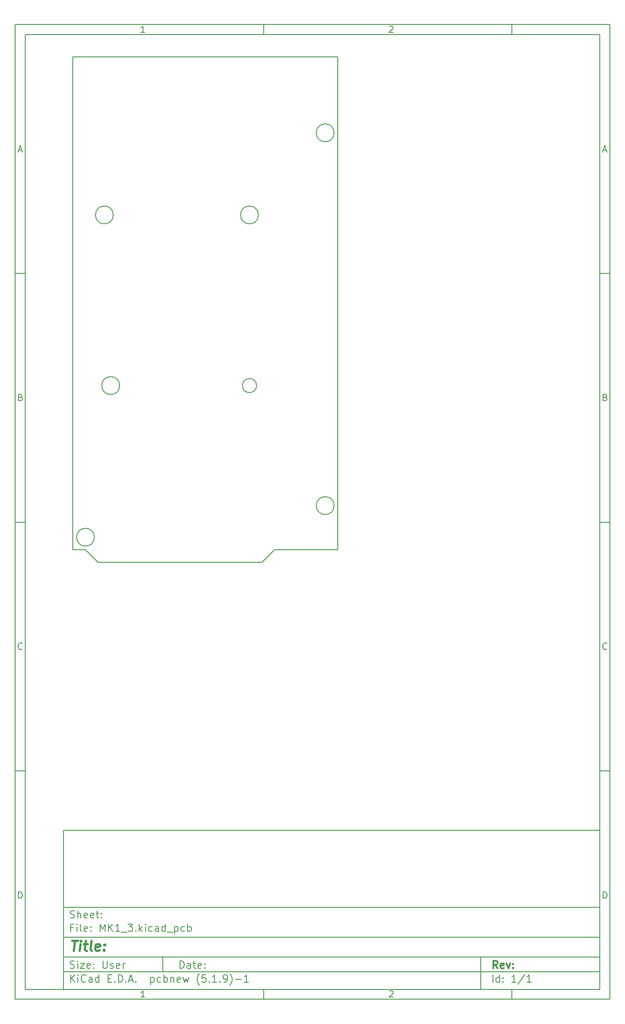
<source format=gbr>
%TF.GenerationSoftware,KiCad,Pcbnew,(5.1.9)-1*%
%TF.CreationDate,2021-07-03T12:47:21-04:00*%
%TF.ProjectId,MK1_3,4d4b315f-332e-46b6-9963-61645f706362,rev?*%
%TF.SameCoordinates,Original*%
%TF.FileFunction,Profile,NP*%
%FSLAX45Y45*%
G04 Gerber Fmt 4.5, Leading zero omitted, Abs format (unit mm)*
G04 Created by KiCad (PCBNEW (5.1.9)-1) date 2021-07-03 12:47:21*
%MOMM*%
%LPD*%
G01*
G04 APERTURE LIST*
%ADD10C,0.127000*%
%ADD11C,0.150000*%
%ADD12C,0.300000*%
%ADD13C,0.400000*%
%TA.AperFunction,Profile*%
%ADD14C,0.177800*%
%TD*%
G04 APERTURE END LIST*
D10*
D11*
X1970000Y-17190000D02*
X1970000Y-20390000D01*
X12770000Y-20390000D01*
X12770000Y-17190000D01*
X1970000Y-17190000D01*
D10*
D11*
X1000000Y-1000000D02*
X1000000Y-20590000D01*
X12970000Y-20590000D01*
X12970000Y-1000000D01*
X1000000Y-1000000D01*
D10*
D11*
X1200000Y-1200000D02*
X1200000Y-20390000D01*
X12770000Y-20390000D01*
X12770000Y-1200000D01*
X1200000Y-1200000D01*
D10*
D11*
X6000000Y-1200000D02*
X6000000Y-1000000D01*
D10*
D11*
X11000000Y-1200000D02*
X11000000Y-1000000D01*
D10*
D11*
X3606548Y-1158810D02*
X3532262Y-1158810D01*
X3569405Y-1158810D02*
X3569405Y-1028809D01*
X3557024Y-1047381D01*
X3544643Y-1059762D01*
X3532262Y-1065952D01*
D10*
D11*
X8532262Y-1041190D02*
X8538452Y-1035000D01*
X8550833Y-1028809D01*
X8581786Y-1028809D01*
X8594167Y-1035000D01*
X8600357Y-1041190D01*
X8606548Y-1053571D01*
X8606548Y-1065952D01*
X8600357Y-1084524D01*
X8526071Y-1158810D01*
X8606548Y-1158810D01*
D10*
D11*
X6000000Y-20390000D02*
X6000000Y-20590000D01*
D10*
D11*
X11000000Y-20390000D02*
X11000000Y-20590000D01*
D10*
D11*
X3606548Y-20548810D02*
X3532262Y-20548810D01*
X3569405Y-20548810D02*
X3569405Y-20418810D01*
X3557024Y-20437381D01*
X3544643Y-20449762D01*
X3532262Y-20455952D01*
D10*
D11*
X8532262Y-20431190D02*
X8538452Y-20425000D01*
X8550833Y-20418810D01*
X8581786Y-20418810D01*
X8594167Y-20425000D01*
X8600357Y-20431190D01*
X8606548Y-20443571D01*
X8606548Y-20455952D01*
X8600357Y-20474524D01*
X8526071Y-20548810D01*
X8606548Y-20548810D01*
D10*
D11*
X1000000Y-6000000D02*
X1200000Y-6000000D01*
D10*
D11*
X1000000Y-11000000D02*
X1200000Y-11000000D01*
D10*
D11*
X1000000Y-16000000D02*
X1200000Y-16000000D01*
D10*
D11*
X1069048Y-3521667D02*
X1130952Y-3521667D01*
X1056667Y-3558809D02*
X1100000Y-3428809D01*
X1143333Y-3558809D01*
D10*
D11*
X1109286Y-8490714D02*
X1127857Y-8496905D01*
X1134048Y-8503095D01*
X1140238Y-8515476D01*
X1140238Y-8534048D01*
X1134048Y-8546429D01*
X1127857Y-8552619D01*
X1115476Y-8558810D01*
X1065952Y-8558810D01*
X1065952Y-8428810D01*
X1109286Y-8428810D01*
X1121667Y-8435000D01*
X1127857Y-8441190D01*
X1134048Y-8453571D01*
X1134048Y-8465952D01*
X1127857Y-8478333D01*
X1121667Y-8484524D01*
X1109286Y-8490714D01*
X1065952Y-8490714D01*
D10*
D11*
X1140238Y-13546428D02*
X1134048Y-13552619D01*
X1115476Y-13558809D01*
X1103095Y-13558809D01*
X1084524Y-13552619D01*
X1072143Y-13540238D01*
X1065952Y-13527857D01*
X1059762Y-13503095D01*
X1059762Y-13484524D01*
X1065952Y-13459762D01*
X1072143Y-13447381D01*
X1084524Y-13435000D01*
X1103095Y-13428809D01*
X1115476Y-13428809D01*
X1134048Y-13435000D01*
X1140238Y-13441190D01*
D10*
D11*
X1065952Y-18558810D02*
X1065952Y-18428810D01*
X1096905Y-18428810D01*
X1115476Y-18435000D01*
X1127857Y-18447381D01*
X1134048Y-18459762D01*
X1140238Y-18484524D01*
X1140238Y-18503095D01*
X1134048Y-18527857D01*
X1127857Y-18540238D01*
X1115476Y-18552619D01*
X1096905Y-18558810D01*
X1065952Y-18558810D01*
D10*
D11*
X12970000Y-6000000D02*
X12770000Y-6000000D01*
D10*
D11*
X12970000Y-11000000D02*
X12770000Y-11000000D01*
D10*
D11*
X12970000Y-16000000D02*
X12770000Y-16000000D01*
D10*
D11*
X12839048Y-3521667D02*
X12900952Y-3521667D01*
X12826667Y-3558809D02*
X12870000Y-3428809D01*
X12913333Y-3558809D01*
D10*
D11*
X12879286Y-8490714D02*
X12897857Y-8496905D01*
X12904048Y-8503095D01*
X12910238Y-8515476D01*
X12910238Y-8534048D01*
X12904048Y-8546429D01*
X12897857Y-8552619D01*
X12885476Y-8558810D01*
X12835952Y-8558810D01*
X12835952Y-8428810D01*
X12879286Y-8428810D01*
X12891667Y-8435000D01*
X12897857Y-8441190D01*
X12904048Y-8453571D01*
X12904048Y-8465952D01*
X12897857Y-8478333D01*
X12891667Y-8484524D01*
X12879286Y-8490714D01*
X12835952Y-8490714D01*
D10*
D11*
X12910238Y-13546428D02*
X12904048Y-13552619D01*
X12885476Y-13558809D01*
X12873095Y-13558809D01*
X12854524Y-13552619D01*
X12842143Y-13540238D01*
X12835952Y-13527857D01*
X12829762Y-13503095D01*
X12829762Y-13484524D01*
X12835952Y-13459762D01*
X12842143Y-13447381D01*
X12854524Y-13435000D01*
X12873095Y-13428809D01*
X12885476Y-13428809D01*
X12904048Y-13435000D01*
X12910238Y-13441190D01*
D10*
D11*
X12835952Y-18558810D02*
X12835952Y-18428810D01*
X12866905Y-18428810D01*
X12885476Y-18435000D01*
X12897857Y-18447381D01*
X12904048Y-18459762D01*
X12910238Y-18484524D01*
X12910238Y-18503095D01*
X12904048Y-18527857D01*
X12897857Y-18540238D01*
X12885476Y-18552619D01*
X12866905Y-18558810D01*
X12835952Y-18558810D01*
D10*
D11*
X4313214Y-19967857D02*
X4313214Y-19817857D01*
X4348929Y-19817857D01*
X4370357Y-19825000D01*
X4384643Y-19839286D01*
X4391786Y-19853571D01*
X4398929Y-19882143D01*
X4398929Y-19903571D01*
X4391786Y-19932143D01*
X4384643Y-19946429D01*
X4370357Y-19960714D01*
X4348929Y-19967857D01*
X4313214Y-19967857D01*
X4527500Y-19967857D02*
X4527500Y-19889286D01*
X4520357Y-19875000D01*
X4506071Y-19867857D01*
X4477500Y-19867857D01*
X4463214Y-19875000D01*
X4527500Y-19960714D02*
X4513214Y-19967857D01*
X4477500Y-19967857D01*
X4463214Y-19960714D01*
X4456071Y-19946429D01*
X4456071Y-19932143D01*
X4463214Y-19917857D01*
X4477500Y-19910714D01*
X4513214Y-19910714D01*
X4527500Y-19903571D01*
X4577500Y-19867857D02*
X4634643Y-19867857D01*
X4598929Y-19817857D02*
X4598929Y-19946429D01*
X4606071Y-19960714D01*
X4620357Y-19967857D01*
X4634643Y-19967857D01*
X4741786Y-19960714D02*
X4727500Y-19967857D01*
X4698929Y-19967857D01*
X4684643Y-19960714D01*
X4677500Y-19946429D01*
X4677500Y-19889286D01*
X4684643Y-19875000D01*
X4698929Y-19867857D01*
X4727500Y-19867857D01*
X4741786Y-19875000D01*
X4748929Y-19889286D01*
X4748929Y-19903571D01*
X4677500Y-19917857D01*
X4813214Y-19953571D02*
X4820357Y-19960714D01*
X4813214Y-19967857D01*
X4806071Y-19960714D01*
X4813214Y-19953571D01*
X4813214Y-19967857D01*
X4813214Y-19875000D02*
X4820357Y-19882143D01*
X4813214Y-19889286D01*
X4806071Y-19882143D01*
X4813214Y-19875000D01*
X4813214Y-19889286D01*
D10*
D11*
X1970000Y-20040000D02*
X12770000Y-20040000D01*
D10*
D11*
X2113214Y-20247857D02*
X2113214Y-20097857D01*
X2198929Y-20247857D02*
X2134643Y-20162143D01*
X2198929Y-20097857D02*
X2113214Y-20183571D01*
X2263214Y-20247857D02*
X2263214Y-20147857D01*
X2263214Y-20097857D02*
X2256071Y-20105000D01*
X2263214Y-20112143D01*
X2270357Y-20105000D01*
X2263214Y-20097857D01*
X2263214Y-20112143D01*
X2420357Y-20233571D02*
X2413214Y-20240714D01*
X2391786Y-20247857D01*
X2377500Y-20247857D01*
X2356071Y-20240714D01*
X2341786Y-20226429D01*
X2334643Y-20212143D01*
X2327500Y-20183571D01*
X2327500Y-20162143D01*
X2334643Y-20133571D01*
X2341786Y-20119286D01*
X2356071Y-20105000D01*
X2377500Y-20097857D01*
X2391786Y-20097857D01*
X2413214Y-20105000D01*
X2420357Y-20112143D01*
X2548929Y-20247857D02*
X2548929Y-20169286D01*
X2541786Y-20155000D01*
X2527500Y-20147857D01*
X2498929Y-20147857D01*
X2484643Y-20155000D01*
X2548929Y-20240714D02*
X2534643Y-20247857D01*
X2498929Y-20247857D01*
X2484643Y-20240714D01*
X2477500Y-20226429D01*
X2477500Y-20212143D01*
X2484643Y-20197857D01*
X2498929Y-20190714D01*
X2534643Y-20190714D01*
X2548929Y-20183571D01*
X2684643Y-20247857D02*
X2684643Y-20097857D01*
X2684643Y-20240714D02*
X2670357Y-20247857D01*
X2641786Y-20247857D01*
X2627500Y-20240714D01*
X2620357Y-20233571D01*
X2613214Y-20219286D01*
X2613214Y-20176429D01*
X2620357Y-20162143D01*
X2627500Y-20155000D01*
X2641786Y-20147857D01*
X2670357Y-20147857D01*
X2684643Y-20155000D01*
X2870357Y-20169286D02*
X2920357Y-20169286D01*
X2941786Y-20247857D02*
X2870357Y-20247857D01*
X2870357Y-20097857D01*
X2941786Y-20097857D01*
X3006071Y-20233571D02*
X3013214Y-20240714D01*
X3006071Y-20247857D01*
X2998928Y-20240714D01*
X3006071Y-20233571D01*
X3006071Y-20247857D01*
X3077500Y-20247857D02*
X3077500Y-20097857D01*
X3113214Y-20097857D01*
X3134643Y-20105000D01*
X3148928Y-20119286D01*
X3156071Y-20133571D01*
X3163214Y-20162143D01*
X3163214Y-20183571D01*
X3156071Y-20212143D01*
X3148928Y-20226429D01*
X3134643Y-20240714D01*
X3113214Y-20247857D01*
X3077500Y-20247857D01*
X3227500Y-20233571D02*
X3234643Y-20240714D01*
X3227500Y-20247857D01*
X3220357Y-20240714D01*
X3227500Y-20233571D01*
X3227500Y-20247857D01*
X3291786Y-20205000D02*
X3363214Y-20205000D01*
X3277500Y-20247857D02*
X3327500Y-20097857D01*
X3377500Y-20247857D01*
X3427500Y-20233571D02*
X3434643Y-20240714D01*
X3427500Y-20247857D01*
X3420357Y-20240714D01*
X3427500Y-20233571D01*
X3427500Y-20247857D01*
X3727500Y-20147857D02*
X3727500Y-20297857D01*
X3727500Y-20155000D02*
X3741786Y-20147857D01*
X3770357Y-20147857D01*
X3784643Y-20155000D01*
X3791786Y-20162143D01*
X3798928Y-20176429D01*
X3798928Y-20219286D01*
X3791786Y-20233571D01*
X3784643Y-20240714D01*
X3770357Y-20247857D01*
X3741786Y-20247857D01*
X3727500Y-20240714D01*
X3927500Y-20240714D02*
X3913214Y-20247857D01*
X3884643Y-20247857D01*
X3870357Y-20240714D01*
X3863214Y-20233571D01*
X3856071Y-20219286D01*
X3856071Y-20176429D01*
X3863214Y-20162143D01*
X3870357Y-20155000D01*
X3884643Y-20147857D01*
X3913214Y-20147857D01*
X3927500Y-20155000D01*
X3991786Y-20247857D02*
X3991786Y-20097857D01*
X3991786Y-20155000D02*
X4006071Y-20147857D01*
X4034643Y-20147857D01*
X4048928Y-20155000D01*
X4056071Y-20162143D01*
X4063214Y-20176429D01*
X4063214Y-20219286D01*
X4056071Y-20233571D01*
X4048928Y-20240714D01*
X4034643Y-20247857D01*
X4006071Y-20247857D01*
X3991786Y-20240714D01*
X4127500Y-20147857D02*
X4127500Y-20247857D01*
X4127500Y-20162143D02*
X4134643Y-20155000D01*
X4148928Y-20147857D01*
X4170357Y-20147857D01*
X4184643Y-20155000D01*
X4191786Y-20169286D01*
X4191786Y-20247857D01*
X4320357Y-20240714D02*
X4306071Y-20247857D01*
X4277500Y-20247857D01*
X4263214Y-20240714D01*
X4256071Y-20226429D01*
X4256071Y-20169286D01*
X4263214Y-20155000D01*
X4277500Y-20147857D01*
X4306071Y-20147857D01*
X4320357Y-20155000D01*
X4327500Y-20169286D01*
X4327500Y-20183571D01*
X4256071Y-20197857D01*
X4377500Y-20147857D02*
X4406071Y-20247857D01*
X4434643Y-20176429D01*
X4463214Y-20247857D01*
X4491786Y-20147857D01*
X4706071Y-20305000D02*
X4698929Y-20297857D01*
X4684643Y-20276429D01*
X4677500Y-20262143D01*
X4670357Y-20240714D01*
X4663214Y-20205000D01*
X4663214Y-20176429D01*
X4670357Y-20140714D01*
X4677500Y-20119286D01*
X4684643Y-20105000D01*
X4698929Y-20083571D01*
X4706071Y-20076429D01*
X4834643Y-20097857D02*
X4763214Y-20097857D01*
X4756071Y-20169286D01*
X4763214Y-20162143D01*
X4777500Y-20155000D01*
X4813214Y-20155000D01*
X4827500Y-20162143D01*
X4834643Y-20169286D01*
X4841786Y-20183571D01*
X4841786Y-20219286D01*
X4834643Y-20233571D01*
X4827500Y-20240714D01*
X4813214Y-20247857D01*
X4777500Y-20247857D01*
X4763214Y-20240714D01*
X4756071Y-20233571D01*
X4906071Y-20233571D02*
X4913214Y-20240714D01*
X4906071Y-20247857D01*
X4898929Y-20240714D01*
X4906071Y-20233571D01*
X4906071Y-20247857D01*
X5056071Y-20247857D02*
X4970357Y-20247857D01*
X5013214Y-20247857D02*
X5013214Y-20097857D01*
X4998929Y-20119286D01*
X4984643Y-20133571D01*
X4970357Y-20140714D01*
X5120357Y-20233571D02*
X5127500Y-20240714D01*
X5120357Y-20247857D01*
X5113214Y-20240714D01*
X5120357Y-20233571D01*
X5120357Y-20247857D01*
X5198929Y-20247857D02*
X5227500Y-20247857D01*
X5241786Y-20240714D01*
X5248929Y-20233571D01*
X5263214Y-20212143D01*
X5270357Y-20183571D01*
X5270357Y-20126429D01*
X5263214Y-20112143D01*
X5256071Y-20105000D01*
X5241786Y-20097857D01*
X5213214Y-20097857D01*
X5198929Y-20105000D01*
X5191786Y-20112143D01*
X5184643Y-20126429D01*
X5184643Y-20162143D01*
X5191786Y-20176429D01*
X5198929Y-20183571D01*
X5213214Y-20190714D01*
X5241786Y-20190714D01*
X5256071Y-20183571D01*
X5263214Y-20176429D01*
X5270357Y-20162143D01*
X5320357Y-20305000D02*
X5327500Y-20297857D01*
X5341786Y-20276429D01*
X5348929Y-20262143D01*
X5356071Y-20240714D01*
X5363214Y-20205000D01*
X5363214Y-20176429D01*
X5356071Y-20140714D01*
X5348929Y-20119286D01*
X5341786Y-20105000D01*
X5327500Y-20083571D01*
X5320357Y-20076429D01*
X5434643Y-20190714D02*
X5548929Y-20190714D01*
X5698928Y-20247857D02*
X5613214Y-20247857D01*
X5656071Y-20247857D02*
X5656071Y-20097857D01*
X5641786Y-20119286D01*
X5627500Y-20133571D01*
X5613214Y-20140714D01*
D10*
D11*
X1970000Y-19740000D02*
X12770000Y-19740000D01*
D10*
D12*
X10710929Y-19967857D02*
X10660929Y-19896429D01*
X10625214Y-19967857D02*
X10625214Y-19817857D01*
X10682357Y-19817857D01*
X10696643Y-19825000D01*
X10703786Y-19832143D01*
X10710929Y-19846429D01*
X10710929Y-19867857D01*
X10703786Y-19882143D01*
X10696643Y-19889286D01*
X10682357Y-19896429D01*
X10625214Y-19896429D01*
X10832357Y-19960714D02*
X10818071Y-19967857D01*
X10789500Y-19967857D01*
X10775214Y-19960714D01*
X10768071Y-19946429D01*
X10768071Y-19889286D01*
X10775214Y-19875000D01*
X10789500Y-19867857D01*
X10818071Y-19867857D01*
X10832357Y-19875000D01*
X10839500Y-19889286D01*
X10839500Y-19903571D01*
X10768071Y-19917857D01*
X10889500Y-19867857D02*
X10925214Y-19967857D01*
X10960929Y-19867857D01*
X11018071Y-19953571D02*
X11025214Y-19960714D01*
X11018071Y-19967857D01*
X11010929Y-19960714D01*
X11018071Y-19953571D01*
X11018071Y-19967857D01*
X11018071Y-19875000D02*
X11025214Y-19882143D01*
X11018071Y-19889286D01*
X11010929Y-19882143D01*
X11018071Y-19875000D01*
X11018071Y-19889286D01*
D10*
D11*
X2106071Y-19960714D02*
X2127500Y-19967857D01*
X2163214Y-19967857D01*
X2177500Y-19960714D01*
X2184643Y-19953571D01*
X2191786Y-19939286D01*
X2191786Y-19925000D01*
X2184643Y-19910714D01*
X2177500Y-19903571D01*
X2163214Y-19896429D01*
X2134643Y-19889286D01*
X2120357Y-19882143D01*
X2113214Y-19875000D01*
X2106071Y-19860714D01*
X2106071Y-19846429D01*
X2113214Y-19832143D01*
X2120357Y-19825000D01*
X2134643Y-19817857D01*
X2170357Y-19817857D01*
X2191786Y-19825000D01*
X2256071Y-19967857D02*
X2256071Y-19867857D01*
X2256071Y-19817857D02*
X2248929Y-19825000D01*
X2256071Y-19832143D01*
X2263214Y-19825000D01*
X2256071Y-19817857D01*
X2256071Y-19832143D01*
X2313214Y-19867857D02*
X2391786Y-19867857D01*
X2313214Y-19967857D01*
X2391786Y-19967857D01*
X2506071Y-19960714D02*
X2491786Y-19967857D01*
X2463214Y-19967857D01*
X2448929Y-19960714D01*
X2441786Y-19946429D01*
X2441786Y-19889286D01*
X2448929Y-19875000D01*
X2463214Y-19867857D01*
X2491786Y-19867857D01*
X2506071Y-19875000D01*
X2513214Y-19889286D01*
X2513214Y-19903571D01*
X2441786Y-19917857D01*
X2577500Y-19953571D02*
X2584643Y-19960714D01*
X2577500Y-19967857D01*
X2570357Y-19960714D01*
X2577500Y-19953571D01*
X2577500Y-19967857D01*
X2577500Y-19875000D02*
X2584643Y-19882143D01*
X2577500Y-19889286D01*
X2570357Y-19882143D01*
X2577500Y-19875000D01*
X2577500Y-19889286D01*
X2763214Y-19817857D02*
X2763214Y-19939286D01*
X2770357Y-19953571D01*
X2777500Y-19960714D01*
X2791786Y-19967857D01*
X2820357Y-19967857D01*
X2834643Y-19960714D01*
X2841786Y-19953571D01*
X2848928Y-19939286D01*
X2848928Y-19817857D01*
X2913214Y-19960714D02*
X2927500Y-19967857D01*
X2956071Y-19967857D01*
X2970357Y-19960714D01*
X2977500Y-19946429D01*
X2977500Y-19939286D01*
X2970357Y-19925000D01*
X2956071Y-19917857D01*
X2934643Y-19917857D01*
X2920357Y-19910714D01*
X2913214Y-19896429D01*
X2913214Y-19889286D01*
X2920357Y-19875000D01*
X2934643Y-19867857D01*
X2956071Y-19867857D01*
X2970357Y-19875000D01*
X3098928Y-19960714D02*
X3084643Y-19967857D01*
X3056071Y-19967857D01*
X3041786Y-19960714D01*
X3034643Y-19946429D01*
X3034643Y-19889286D01*
X3041786Y-19875000D01*
X3056071Y-19867857D01*
X3084643Y-19867857D01*
X3098928Y-19875000D01*
X3106071Y-19889286D01*
X3106071Y-19903571D01*
X3034643Y-19917857D01*
X3170357Y-19967857D02*
X3170357Y-19867857D01*
X3170357Y-19896429D02*
X3177500Y-19882143D01*
X3184643Y-19875000D01*
X3198928Y-19867857D01*
X3213214Y-19867857D01*
D10*
D11*
X10613214Y-20247857D02*
X10613214Y-20097857D01*
X10748929Y-20247857D02*
X10748929Y-20097857D01*
X10748929Y-20240714D02*
X10734643Y-20247857D01*
X10706071Y-20247857D01*
X10691786Y-20240714D01*
X10684643Y-20233571D01*
X10677500Y-20219286D01*
X10677500Y-20176429D01*
X10684643Y-20162143D01*
X10691786Y-20155000D01*
X10706071Y-20147857D01*
X10734643Y-20147857D01*
X10748929Y-20155000D01*
X10820357Y-20233571D02*
X10827500Y-20240714D01*
X10820357Y-20247857D01*
X10813214Y-20240714D01*
X10820357Y-20233571D01*
X10820357Y-20247857D01*
X10820357Y-20155000D02*
X10827500Y-20162143D01*
X10820357Y-20169286D01*
X10813214Y-20162143D01*
X10820357Y-20155000D01*
X10820357Y-20169286D01*
X11084643Y-20247857D02*
X10998929Y-20247857D01*
X11041786Y-20247857D02*
X11041786Y-20097857D01*
X11027500Y-20119286D01*
X11013214Y-20133571D01*
X10998929Y-20140714D01*
X11256071Y-20090714D02*
X11127500Y-20283571D01*
X11384643Y-20247857D02*
X11298928Y-20247857D01*
X11341786Y-20247857D02*
X11341786Y-20097857D01*
X11327500Y-20119286D01*
X11313214Y-20133571D01*
X11298928Y-20140714D01*
D10*
D11*
X1970000Y-19340000D02*
X12770000Y-19340000D01*
D10*
D13*
X2141238Y-19410476D02*
X2255524Y-19410476D01*
X2173381Y-19610476D02*
X2198381Y-19410476D01*
X2297190Y-19610476D02*
X2313857Y-19477143D01*
X2322190Y-19410476D02*
X2311476Y-19420000D01*
X2319810Y-19429524D01*
X2330524Y-19420000D01*
X2322190Y-19410476D01*
X2319810Y-19429524D01*
X2380524Y-19477143D02*
X2456714Y-19477143D01*
X2417429Y-19410476D02*
X2396000Y-19581905D01*
X2403143Y-19600952D01*
X2421000Y-19610476D01*
X2440048Y-19610476D01*
X2535286Y-19610476D02*
X2517429Y-19600952D01*
X2510286Y-19581905D01*
X2531714Y-19410476D01*
X2688857Y-19600952D02*
X2668619Y-19610476D01*
X2630524Y-19610476D01*
X2612667Y-19600952D01*
X2605524Y-19581905D01*
X2615048Y-19505714D01*
X2626952Y-19486667D01*
X2647190Y-19477143D01*
X2685286Y-19477143D01*
X2703143Y-19486667D01*
X2710286Y-19505714D01*
X2707905Y-19524762D01*
X2610286Y-19543810D01*
X2785286Y-19591429D02*
X2793619Y-19600952D01*
X2782905Y-19610476D01*
X2774571Y-19600952D01*
X2785286Y-19591429D01*
X2782905Y-19610476D01*
X2798381Y-19486667D02*
X2806714Y-19496190D01*
X2796000Y-19505714D01*
X2787667Y-19496190D01*
X2798381Y-19486667D01*
X2796000Y-19505714D01*
D10*
D11*
X2163214Y-19149286D02*
X2113214Y-19149286D01*
X2113214Y-19227857D02*
X2113214Y-19077857D01*
X2184643Y-19077857D01*
X2241786Y-19227857D02*
X2241786Y-19127857D01*
X2241786Y-19077857D02*
X2234643Y-19085000D01*
X2241786Y-19092143D01*
X2248929Y-19085000D01*
X2241786Y-19077857D01*
X2241786Y-19092143D01*
X2334643Y-19227857D02*
X2320357Y-19220714D01*
X2313214Y-19206429D01*
X2313214Y-19077857D01*
X2448929Y-19220714D02*
X2434643Y-19227857D01*
X2406071Y-19227857D01*
X2391786Y-19220714D01*
X2384643Y-19206429D01*
X2384643Y-19149286D01*
X2391786Y-19135000D01*
X2406071Y-19127857D01*
X2434643Y-19127857D01*
X2448929Y-19135000D01*
X2456071Y-19149286D01*
X2456071Y-19163571D01*
X2384643Y-19177857D01*
X2520357Y-19213571D02*
X2527500Y-19220714D01*
X2520357Y-19227857D01*
X2513214Y-19220714D01*
X2520357Y-19213571D01*
X2520357Y-19227857D01*
X2520357Y-19135000D02*
X2527500Y-19142143D01*
X2520357Y-19149286D01*
X2513214Y-19142143D01*
X2520357Y-19135000D01*
X2520357Y-19149286D01*
X2706071Y-19227857D02*
X2706071Y-19077857D01*
X2756071Y-19185000D01*
X2806071Y-19077857D01*
X2806071Y-19227857D01*
X2877500Y-19227857D02*
X2877500Y-19077857D01*
X2963214Y-19227857D02*
X2898928Y-19142143D01*
X2963214Y-19077857D02*
X2877500Y-19163571D01*
X3106071Y-19227857D02*
X3020357Y-19227857D01*
X3063214Y-19227857D02*
X3063214Y-19077857D01*
X3048928Y-19099286D01*
X3034643Y-19113571D01*
X3020357Y-19120714D01*
X3134643Y-19242143D02*
X3248928Y-19242143D01*
X3270357Y-19077857D02*
X3363214Y-19077857D01*
X3313214Y-19135000D01*
X3334643Y-19135000D01*
X3348928Y-19142143D01*
X3356071Y-19149286D01*
X3363214Y-19163571D01*
X3363214Y-19199286D01*
X3356071Y-19213571D01*
X3348928Y-19220714D01*
X3334643Y-19227857D01*
X3291786Y-19227857D01*
X3277500Y-19220714D01*
X3270357Y-19213571D01*
X3427500Y-19213571D02*
X3434643Y-19220714D01*
X3427500Y-19227857D01*
X3420357Y-19220714D01*
X3427500Y-19213571D01*
X3427500Y-19227857D01*
X3498928Y-19227857D02*
X3498928Y-19077857D01*
X3513214Y-19170714D02*
X3556071Y-19227857D01*
X3556071Y-19127857D02*
X3498928Y-19185000D01*
X3620357Y-19227857D02*
X3620357Y-19127857D01*
X3620357Y-19077857D02*
X3613214Y-19085000D01*
X3620357Y-19092143D01*
X3627500Y-19085000D01*
X3620357Y-19077857D01*
X3620357Y-19092143D01*
X3756071Y-19220714D02*
X3741786Y-19227857D01*
X3713214Y-19227857D01*
X3698928Y-19220714D01*
X3691786Y-19213571D01*
X3684643Y-19199286D01*
X3684643Y-19156429D01*
X3691786Y-19142143D01*
X3698928Y-19135000D01*
X3713214Y-19127857D01*
X3741786Y-19127857D01*
X3756071Y-19135000D01*
X3884643Y-19227857D02*
X3884643Y-19149286D01*
X3877500Y-19135000D01*
X3863214Y-19127857D01*
X3834643Y-19127857D01*
X3820357Y-19135000D01*
X3884643Y-19220714D02*
X3870357Y-19227857D01*
X3834643Y-19227857D01*
X3820357Y-19220714D01*
X3813214Y-19206429D01*
X3813214Y-19192143D01*
X3820357Y-19177857D01*
X3834643Y-19170714D01*
X3870357Y-19170714D01*
X3884643Y-19163571D01*
X4020357Y-19227857D02*
X4020357Y-19077857D01*
X4020357Y-19220714D02*
X4006071Y-19227857D01*
X3977500Y-19227857D01*
X3963214Y-19220714D01*
X3956071Y-19213571D01*
X3948928Y-19199286D01*
X3948928Y-19156429D01*
X3956071Y-19142143D01*
X3963214Y-19135000D01*
X3977500Y-19127857D01*
X4006071Y-19127857D01*
X4020357Y-19135000D01*
X4056071Y-19242143D02*
X4170357Y-19242143D01*
X4206071Y-19127857D02*
X4206071Y-19277857D01*
X4206071Y-19135000D02*
X4220357Y-19127857D01*
X4248929Y-19127857D01*
X4263214Y-19135000D01*
X4270357Y-19142143D01*
X4277500Y-19156429D01*
X4277500Y-19199286D01*
X4270357Y-19213571D01*
X4263214Y-19220714D01*
X4248929Y-19227857D01*
X4220357Y-19227857D01*
X4206071Y-19220714D01*
X4406071Y-19220714D02*
X4391786Y-19227857D01*
X4363214Y-19227857D01*
X4348929Y-19220714D01*
X4341786Y-19213571D01*
X4334643Y-19199286D01*
X4334643Y-19156429D01*
X4341786Y-19142143D01*
X4348929Y-19135000D01*
X4363214Y-19127857D01*
X4391786Y-19127857D01*
X4406071Y-19135000D01*
X4470357Y-19227857D02*
X4470357Y-19077857D01*
X4470357Y-19135000D02*
X4484643Y-19127857D01*
X4513214Y-19127857D01*
X4527500Y-19135000D01*
X4534643Y-19142143D01*
X4541786Y-19156429D01*
X4541786Y-19199286D01*
X4534643Y-19213571D01*
X4527500Y-19220714D01*
X4513214Y-19227857D01*
X4484643Y-19227857D01*
X4470357Y-19220714D01*
D10*
D11*
X1970000Y-18740000D02*
X12770000Y-18740000D01*
D10*
D11*
X2106071Y-18950714D02*
X2127500Y-18957857D01*
X2163214Y-18957857D01*
X2177500Y-18950714D01*
X2184643Y-18943571D01*
X2191786Y-18929286D01*
X2191786Y-18915000D01*
X2184643Y-18900714D01*
X2177500Y-18893571D01*
X2163214Y-18886429D01*
X2134643Y-18879286D01*
X2120357Y-18872143D01*
X2113214Y-18865000D01*
X2106071Y-18850714D01*
X2106071Y-18836429D01*
X2113214Y-18822143D01*
X2120357Y-18815000D01*
X2134643Y-18807857D01*
X2170357Y-18807857D01*
X2191786Y-18815000D01*
X2256071Y-18957857D02*
X2256071Y-18807857D01*
X2320357Y-18957857D02*
X2320357Y-18879286D01*
X2313214Y-18865000D01*
X2298929Y-18857857D01*
X2277500Y-18857857D01*
X2263214Y-18865000D01*
X2256071Y-18872143D01*
X2448929Y-18950714D02*
X2434643Y-18957857D01*
X2406071Y-18957857D01*
X2391786Y-18950714D01*
X2384643Y-18936429D01*
X2384643Y-18879286D01*
X2391786Y-18865000D01*
X2406071Y-18857857D01*
X2434643Y-18857857D01*
X2448929Y-18865000D01*
X2456071Y-18879286D01*
X2456071Y-18893571D01*
X2384643Y-18907857D01*
X2577500Y-18950714D02*
X2563214Y-18957857D01*
X2534643Y-18957857D01*
X2520357Y-18950714D01*
X2513214Y-18936429D01*
X2513214Y-18879286D01*
X2520357Y-18865000D01*
X2534643Y-18857857D01*
X2563214Y-18857857D01*
X2577500Y-18865000D01*
X2584643Y-18879286D01*
X2584643Y-18893571D01*
X2513214Y-18907857D01*
X2627500Y-18857857D02*
X2684643Y-18857857D01*
X2648929Y-18807857D02*
X2648929Y-18936429D01*
X2656071Y-18950714D01*
X2670357Y-18957857D01*
X2684643Y-18957857D01*
X2734643Y-18943571D02*
X2741786Y-18950714D01*
X2734643Y-18957857D01*
X2727500Y-18950714D01*
X2734643Y-18943571D01*
X2734643Y-18957857D01*
X2734643Y-18865000D02*
X2741786Y-18872143D01*
X2734643Y-18879286D01*
X2727500Y-18872143D01*
X2734643Y-18865000D01*
X2734643Y-18879286D01*
D10*
D11*
X3970000Y-19740000D02*
X3970000Y-20040000D01*
D10*
D11*
X10370000Y-19740000D02*
X10370000Y-20390000D01*
D14*
X2973605Y-4826000D02*
G75*
G03*
X2973605Y-4826000I-179605J0D01*
G01*
X5894605Y-4826000D02*
G75*
G03*
X5894605Y-4826000I-179605J0D01*
G01*
X6223000Y-11557000D02*
X7493000Y-11557000D01*
X5969000Y-11811000D02*
X2667000Y-11811000D01*
X2592605Y-11303000D02*
G75*
G03*
X2592605Y-11303000I-179605J0D01*
G01*
X5969000Y-11811000D02*
X6223000Y-11557000D01*
X7418605Y-10668000D02*
G75*
G03*
X7418605Y-10668000I-179605J0D01*
G01*
X2413000Y-11557000D02*
X2667000Y-11811000D01*
X2159000Y-11557000D02*
X2413000Y-11557000D01*
X3100605Y-8255000D02*
G75*
G03*
X3100605Y-8255000I-179605J0D01*
G01*
X5856990Y-8255000D02*
G75*
G03*
X5856990Y-8255000I-141990J0D01*
G01*
X7418605Y-3175000D02*
G75*
G03*
X7418605Y-3175000I-179605J0D01*
G01*
X7493000Y-1651000D02*
X2159000Y-1651000D01*
X7493000Y-11557000D02*
X7493000Y-1651000D01*
X2159000Y-1651000D02*
X2159000Y-11557000D01*
M02*

</source>
